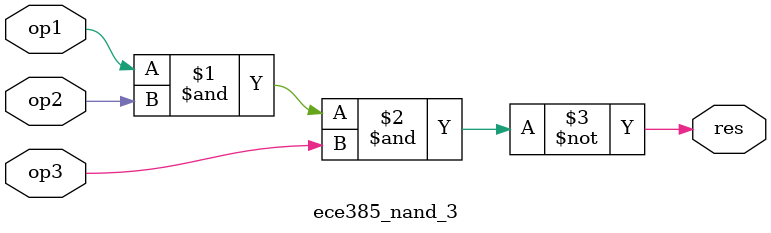
<source format=sv>
module ece385_nand_3(
    input logic op1, op2, op3,
    output logic res
    );
    assign res = ~(op1 & op2 & op3);
endmodule
</source>
